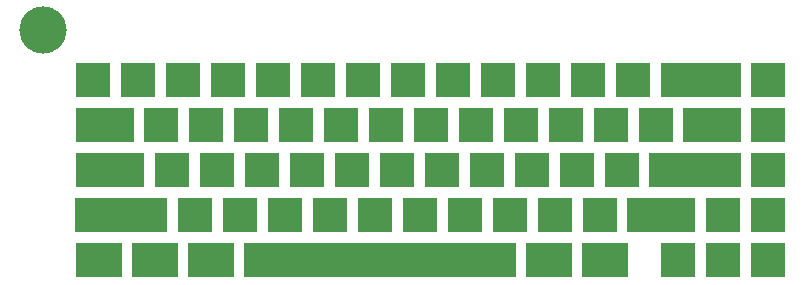
<source format=gbr>
G04 #@! TF.GenerationSoftware,KiCad,Pcbnew,(5.1.10-1-10_14)*
G04 #@! TF.CreationDate,2021-08-18T21:16:35-05:00*
G04 #@! TF.ProjectId,PCB-Keychains,5043422d-4b65-4796-9368-61696e732e6b,rev?*
G04 #@! TF.SameCoordinates,Original*
G04 #@! TF.FileFunction,Soldermask,Top*
G04 #@! TF.FilePolarity,Negative*
%FSLAX46Y46*%
G04 Gerber Fmt 4.6, Leading zero omitted, Abs format (unit mm)*
G04 Created by KiCad (PCBNEW (5.1.10-1-10_14)) date 2021-08-18 21:16:35*
%MOMM*%
%LPD*%
G01*
G04 APERTURE LIST*
%ADD10C,4.000000*%
%ADD11R,3.000000X3.000000*%
%ADD12R,4.905000X3.000000*%
%ADD13R,7.762500X3.000000*%
%ADD14R,6.810000X3.000000*%
%ADD15R,5.857500X3.000000*%
%ADD16R,3.952500X3.000000*%
%ADD17R,23.002500X3.000000*%
G04 APERTURE END LIST*
D10*
X150983950Y-12864850D03*
D11*
X212407500Y-24765000D03*
X212407500Y-28575000D03*
X166687500Y-17145000D03*
X180022500Y-20955000D03*
X202882500Y-20955000D03*
X189547500Y-17145000D03*
D12*
X156210000Y-20955000D03*
D11*
X162877500Y-17145000D03*
X193357500Y-17145000D03*
X172402500Y-20955000D03*
X178117500Y-17145000D03*
X170497500Y-17145000D03*
X159067500Y-17145000D03*
X181927500Y-17145000D03*
X174307500Y-17145000D03*
X164782500Y-20955000D03*
X197167500Y-17145000D03*
X208597500Y-28575000D03*
X212407500Y-17145000D03*
X191452500Y-20955000D03*
X208597500Y-32385000D03*
X212407500Y-32385000D03*
X204787500Y-32385000D03*
X212407500Y-20955000D03*
X160972500Y-20955000D03*
X185737500Y-17145000D03*
D13*
X157638750Y-28575000D03*
D11*
X175260000Y-28575000D03*
X179070000Y-28575000D03*
X190500000Y-28575000D03*
D13*
X206216250Y-24765000D03*
D14*
X206692500Y-17145000D03*
D11*
X184785000Y-24765000D03*
X183832500Y-20955000D03*
X195262500Y-20955000D03*
X180975000Y-24765000D03*
X165735000Y-24765000D03*
X173355000Y-24765000D03*
X182880000Y-28575000D03*
X192405000Y-24765000D03*
X176212500Y-20955000D03*
X155257500Y-17145000D03*
X200025000Y-24765000D03*
X163830000Y-28575000D03*
X167640000Y-28575000D03*
X177165000Y-24765000D03*
D12*
X207645000Y-20955000D03*
D11*
X199072500Y-20955000D03*
X169545000Y-24765000D03*
X198120000Y-28575000D03*
X194310000Y-28575000D03*
X171450000Y-28575000D03*
X186690000Y-28575000D03*
X196215000Y-24765000D03*
X168592500Y-20955000D03*
D15*
X156686250Y-24765000D03*
D11*
X188595000Y-24765000D03*
X161925000Y-24765000D03*
X187642500Y-20955000D03*
X200977500Y-17145000D03*
D15*
X203358750Y-28575000D03*
D16*
X155733750Y-32385000D03*
X160496250Y-32385000D03*
X165258750Y-32385000D03*
D17*
X179546250Y-32385000D03*
D16*
X193833750Y-32385000D03*
X198596250Y-32385000D03*
M02*

</source>
